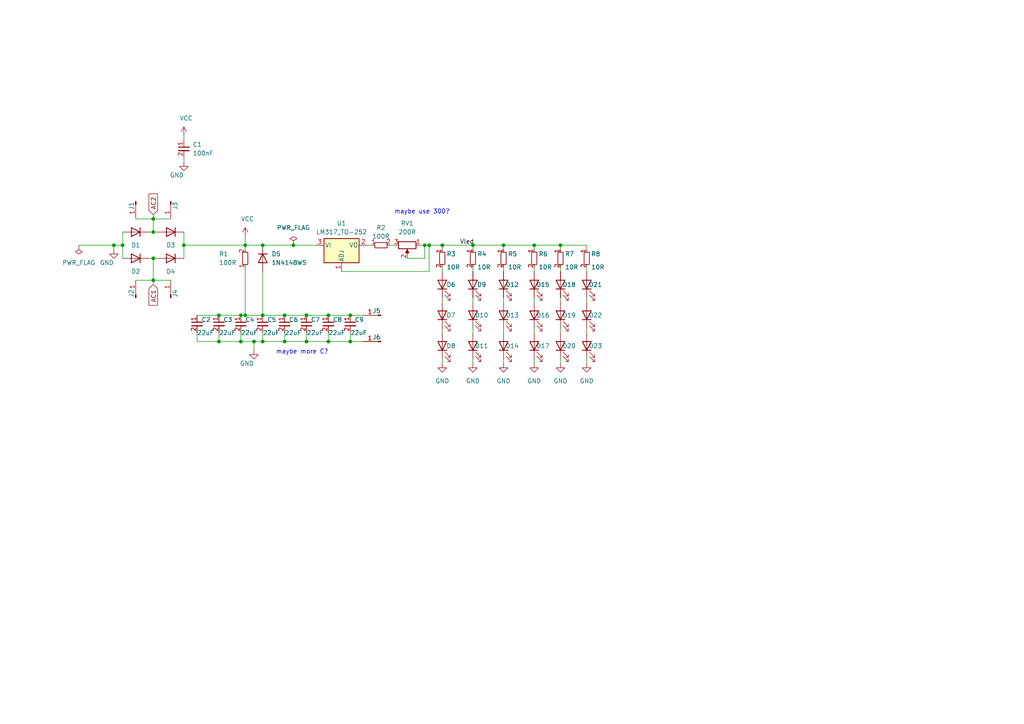
<source format=kicad_sch>
(kicad_sch (version 20230121) (generator eeschema)
  (paper "A4")
  (lib_symbols
    (symbol "Connector:Conn_01x01_Pin" (pin_names (offset 1.016) hide)
      (property "Reference" "J" (at 0 2.54 0))
      (property "Value" "Conn_01x01_Pin" (at 0 -2.54 0))
      (symbol "Conn_01x01_Pin_1_1"
        (polyline (pts (xy 1.27 0) (xy 0.8636 0)) (stroke (width 0.1524)))
        (rectangle (start 0.8636 0.127) (end 0 -0.127) (stroke (width 0.1524)) (fill (type outline)))
        (pin passive line (at 5.08 0 180) (length 3.81) (name "Pin_1") (number "1"))
      )
    )
    (symbol "Device:LED" (pin_numbers hide) (pin_names (offset 1.016) hide)
      (property "Reference" "D" (at 0 2.54 0))
      (property "Value" "LED" (at 0 -2.54 0))
      (symbol "LED_0_1"
        (polyline (pts (xy -1.27 -1.27) (xy -1.27 1.27)) (stroke (width 0.254)))
        (polyline (pts (xy -1.27 0) (xy 1.27 0)))
        (polyline (pts (xy 1.27 -1.27) (xy 1.27 1.27) (xy -1.27 0) (xy 1.27 -1.27)) (stroke (width 0.254)))
        (polyline (pts (xy -3.048 -0.762) (xy -4.572 -2.286) (xy -3.81 -2.286) (xy -4.572 -2.286) (xy -4.572 -1.524)))
        (polyline (pts (xy -1.778 -0.762) (xy -3.302 -2.286) (xy -2.54 -2.286) (xy -3.302 -2.286) (xy -3.302 -1.524)))
      )
      (symbol "LED_1_1"
        (pin passive line (at -3.81 0 0) (length 2.54) (name "K") (number "1"))
        (pin passive line (at 3.81 0 180) (length 2.54) (name "A") (number "2"))
      )
    )
    (symbol "Device:R_Potentiometer" (pin_names (offset 1.016) hide)
      (property "Reference" "RV" (at -4.445 0 90))
      (property "Value" "R_Potentiometer" (at -2.54 0 90))
      (symbol "R_Potentiometer_0_1"
        (polyline (pts (xy 2.54 0) (xy 1.524 0)))
        (polyline (pts (xy 1.143 0) (xy 2.286 0.508) (xy 2.286 -0.508) (xy 1.143 0)) (fill (type outline)))
        (rectangle (start 1.016 2.54) (end -1.016 -2.54) (stroke (width 0.254)))
      )
      (symbol "R_Potentiometer_1_1"
        (pin passive line (at 0 3.81 270) (length 1.27) (name "1") (number "1"))
        (pin passive line (at 3.81 0 180) (length 1.27) (name "2") (number "2"))
        (pin passive line (at 0 -3.81 90) (length 1.27) (name "3") (number "3"))
      )
    )
    (symbol "Regulator_Linear:LM317_TO-252" (pin_names (offset 0.254))
      (property "Reference" "U" (at -3.81 3.175 0))
      (property "Value" "LM317_TO-252" (at 0 3.175 0))
      (symbol "LM317_TO-252_0_1"
        (rectangle (start -5.08 1.905) (end 5.08 -5.08) (stroke (width 0.254)) (fill (type background)))
      )
      (symbol "LM317_TO-252_1_1"
        (pin input line (at 0 -7.62 90) (length 2.54) (name "ADJ") (number "1"))
        (pin power_out line (at 7.62 0 180) (length 2.54) (name "VO") (number "2"))
        (pin power_in line (at -7.62 0 0) (length 2.54) (name "VI") (number "3"))
      )
    )
    (symbol "capacitor_miscellaneous:C_0603_100nF"
      (property "Reference" "U" (at 1.27 2.54 0))
      (property "Value" "100nF" (at 3.81 -2.54 0))
      (property "JLCPCB Part#" "C14663" (at 0 0 0))
      (symbol "C_0603_100nF_0_1"
        (polyline (pts (xy -1.524 -0.508) (xy 1.524 -0.508)) (stroke (width 0.3302)))
        (polyline (pts (xy -1.524 0.508) (xy 1.524 0.508)) (stroke (width 0.3048)))
      )
      (symbol "C_0603_100nF_1_1"
        (pin passive line (at 0 2.54 270) (length 2.032) (name "~") (number "1"))
        (pin passive line (at 0 -2.54 90) (length 2.032) (name "~") (number "2"))
      )
    )
    (symbol "capacitor_miscellaneous:C_1206_47uF"
      (property "Reference" "C" (at 1.27 2.54 0))
      (property "Value" "47uF" (at 3.81 -2.54 0))
      (property "JLCPCB Part#" "C96123" (at 0 0 0))
      (symbol "C_1206_47uF_0_1"
        (polyline (pts (xy -1.524 -0.508) (xy 1.524 -0.508)) (stroke (width 0.3302)))
        (polyline (pts (xy -1.524 0.508) (xy 1.524 0.508)) (stroke (width 0.3048)))
      )
      (symbol "C_1206_47uF_1_1"
        (pin passive line (at 0 2.54 270) (length 2.032) (name "~") (number "1"))
        (pin passive line (at 0 -2.54 90) (length 2.032) (name "~") (number "2"))
      )
    )
    (symbol "custom_kicad_lib_sk:1N4148WS" (pin_numbers hide) (pin_names hide)
      (property "Reference" "D" (at 0 2.54 0))
      (property "Value" "1N4148WS" (at 0 -2.54 0))
      (symbol "1N4148WS_0_1"
        (polyline (pts (xy -1.27 1.27) (xy -1.27 -1.27)) (stroke (width 0.254)))
        (polyline (pts (xy 1.27 0) (xy -1.27 0)))
        (polyline (pts (xy 1.27 1.27) (xy 1.27 -1.27) (xy -1.27 0) (xy 1.27 1.27)) (stroke (width 0.254)))
      )
      (symbol "1N4148WS_1_1"
        (pin passive line (at -3.81 0 0) (length 2.54) (name "K") (number "1"))
        (pin passive line (at 3.81 0 180) (length 2.54) (name "A") (number "2"))
      )
    )
    (symbol "power:GND" (power) (pin_names (offset 0))
      (property "Value" "GND" (at 0 -3.81 0))
      (symbol "GND_0_1"
        (polyline (pts (xy 0 0) (xy 0 -1.27) (xy 1.27 -1.27) (xy 0 -2.54) (xy -1.27 -1.27) (xy 0 -1.27)))
      )
      (symbol "GND_1_1"
        (pin power_in line (at 0 0 270) (length 0) hide (name "GND") (number "1"))
      )
    )
    (symbol "power:PWR_FLAG" (power) (pin_numbers hide) (pin_names (offset 0) hide)
      (property "Value" "PWR_FLAG" (at 0 3.81 0))
      (symbol "PWR_FLAG_0_0"
        (pin power_out line (at 0 0 90) (length 0) (name "pwr") (number "1"))
      )
      (symbol "PWR_FLAG_0_1"
        (polyline (pts (xy 0 0) (xy 0 1.27) (xy -1.016 1.905) (xy 0 2.54) (xy 1.016 1.905) (xy 0 1.27)))
      )
    )
    (symbol "power:VCC" (power) (pin_names (offset 0))
      (property "Value" "VCC" (at 0 3.81 0))
      (symbol "VCC_0_1"
        (polyline (pts (xy -0.762 1.27) (xy 0 2.54)))
        (polyline (pts (xy 0 0) (xy 0 2.54)))
        (polyline (pts (xy 0 2.54) (xy 0.762 1.27)))
      )
      (symbol "VCC_1_1"
        (pin power_in line (at 0 0 90) (length 0) hide (name "VCC") (number "1"))
      )
    )
    (symbol "resistors_0603:R_100R_0603"
      (property "Reference" "R" (at 1.27 2.54 0))
      (property "Value" "100R" (at 2.54 -2.54 0))
      (symbol "R_100R_0603_0_1"
        (rectangle (start -0.762 1.778) (end 0.762 -1.778) (stroke (width 0.2032)))
      )
      (symbol "R_100R_0603_1_1"
        (pin passive line (at 0 2.54 270) (length 0.762) (name "~") (number "1"))
        (pin passive line (at 0 -2.54 90) (length 0.762) (name "~") (number "2"))
      )
    )
    (symbol "resistors_0603:R_10R_0603"
      (property "Reference" "R" (at 1.27 2.54 0))
      (property "Value" "10R" (at 2.54 -2.54 0))
      (symbol "R_10R_0603_0_1"
        (rectangle (start -0.762 1.778) (end 0.762 -1.778) (stroke (width 0.2032)))
      )
      (symbol "R_10R_0603_1_1"
        (pin passive line (at 0 2.54 270) (length 0.762) (name "~") (number "1"))
        (pin passive line (at 0 -2.54 90) (length 0.762) (name "~") (number "2"))
      )
    )
    (symbol "resistors_0805:R_100R_0805"
      (property "Reference" "R" (at 1.27 2.54 0))
      (property "Value" "100R" (at 2.54 -2.54 0))
      (symbol "R_100R_0805_0_1"
        (rectangle (start -0.762 1.778) (end 0.762 -1.778) (stroke (width 0.2032)))
      )
      (symbol "R_100R_0805_1_1"
        (pin passive line (at 0 2.54 270) (length 0.762) (name "~") (number "1"))
        (pin passive line (at 0 -2.54 90) (length 0.762) (name "~") (number "2"))
      )
    )
  )
  (junction (at 88.9 91.44))
  (junction (at 69.85 99.06))
  (junction (at 44.45 67.31))
  (junction (at 123.19 71.12))
  (junction (at 76.2 71.12))
  (junction (at 124.46 71.12))
  (junction (at 82.55 91.44))
  (junction (at 33.02 71.12))
  (junction (at 71.12 71.12))
  (junction (at 63.5 91.44))
  (junction (at 162.56 71.12))
  (junction (at 95.25 99.06))
  (junction (at 85.09 71.12))
  (junction (at 35.56 71.12))
  (junction (at 73.66 99.06))
  (junction (at 44.45 63.5))
  (junction (at 101.6 99.06))
  (junction (at 95.25 91.44))
  (junction (at 71.12 91.44))
  (junction (at 76.2 91.44))
  (junction (at 44.45 81.28))
  (junction (at 82.55 99.06))
  (junction (at 128.27 71.12))
  (junction (at 154.94 71.12))
  (junction (at 63.5 99.06))
  (junction (at 101.6 91.44))
  (junction (at 88.9 99.06))
  (junction (at 146.05 71.12))
  (junction (at 53.34 71.12))
  (junction (at 137.16 71.12))
  (junction (at 44.45 74.93))
  (junction (at 69.85 91.44))
  (junction (at 76.2 99.06))
  (wire (pts (xy 137.16 105.41) (xy 137.16 104.14)))
  (wire (pts (xy 146.05 72.39) (xy 146.05 71.12)))
  (wire (pts (xy 95.25 99.06) (xy 101.6 99.06)))
  (wire (pts (xy 124.46 78.74) (xy 99.06 78.74)))
  (wire (pts (xy 57.15 99.06) (xy 63.5 99.06)))
  (wire (pts (xy 162.56 86.36) (xy 162.56 87.63)))
  (wire (pts (xy 57.15 96.52) (xy 57.15 99.06)))
  (wire (pts (xy 128.27 77.47) (xy 128.27 78.74)))
  (wire (pts (xy 170.18 105.41) (xy 170.18 104.14)))
  (wire (pts (xy 44.45 74.93) (xy 44.45 81.28)))
  (wire (pts (xy 44.45 67.31) (xy 43.18 67.31)))
  (wire (pts (xy 162.56 105.41) (xy 162.56 104.14)))
  (wire (pts (xy 82.55 91.44) (xy 88.9 91.44)))
  (wire (pts (xy 22.86 71.12) (xy 33.02 71.12)))
  (wire (pts (xy 154.94 86.36) (xy 154.94 87.63)))
  (wire (pts (xy 44.45 63.5) (xy 39.37 63.5)))
  (wire (pts (xy 95.25 96.52) (xy 95.25 99.06)))
  (wire (pts (xy 63.5 91.44) (xy 69.85 91.44)))
  (wire (pts (xy 128.27 105.41) (xy 128.27 104.14)))
  (wire (pts (xy 137.16 86.36) (xy 137.16 87.63)))
  (wire (pts (xy 124.46 71.12) (xy 128.27 71.12)))
  (wire (pts (xy 123.19 71.12) (xy 124.46 71.12)))
  (wire (pts (xy 146.05 105.41) (xy 146.05 104.14)))
  (wire (pts (xy 76.2 99.06) (xy 82.55 99.06)))
  (wire (pts (xy 88.9 99.06) (xy 82.55 99.06)))
  (wire (pts (xy 71.12 91.44) (xy 76.2 91.44)))
  (wire (pts (xy 118.11 74.93) (xy 123.19 74.93)))
  (wire (pts (xy 128.27 86.36) (xy 128.27 87.63)))
  (wire (pts (xy 170.18 95.25) (xy 170.18 96.52)))
  (wire (pts (xy 71.12 68.58) (xy 71.12 71.12)))
  (wire (pts (xy 154.94 71.12) (xy 162.56 71.12)))
  (wire (pts (xy 88.9 91.44) (xy 95.25 91.44)))
  (wire (pts (xy 44.45 74.93) (xy 43.18 74.93)))
  (wire (pts (xy 162.56 95.25) (xy 162.56 96.52)))
  (wire (pts (xy 123.19 74.93) (xy 123.19 71.12)))
  (wire (pts (xy 71.12 71.12) (xy 71.12 72.39)))
  (wire (pts (xy 57.15 91.44) (xy 63.5 91.44)))
  (wire (pts (xy 44.45 63.5) (xy 44.45 67.31)))
  (wire (pts (xy 146.05 95.25) (xy 146.05 96.52)))
  (wire (pts (xy 154.94 77.47) (xy 154.94 78.74)))
  (wire (pts (xy 101.6 91.44) (xy 105.41 91.44)))
  (wire (pts (xy 44.45 81.28) (xy 39.37 81.28)))
  (wire (pts (xy 162.56 77.47) (xy 162.56 78.74)))
  (wire (pts (xy 137.16 71.12) (xy 146.05 71.12)))
  (wire (pts (xy 128.27 71.12) (xy 137.16 71.12)))
  (wire (pts (xy 101.6 99.06) (xy 105.41 99.06)))
  (wire (pts (xy 170.18 86.36) (xy 170.18 87.63)))
  (wire (pts (xy 170.18 71.12) (xy 170.18 72.39)))
  (wire (pts (xy 128.27 72.39) (xy 128.27 71.12)))
  (wire (pts (xy 76.2 91.44) (xy 82.55 91.44)))
  (wire (pts (xy 63.5 99.06) (xy 63.5 96.52)))
  (wire (pts (xy 101.6 96.52) (xy 101.6 99.06)))
  (wire (pts (xy 49.53 63.5) (xy 44.45 63.5)))
  (wire (pts (xy 82.55 99.06) (xy 82.55 96.52)))
  (wire (pts (xy 69.85 99.06) (xy 69.85 96.52)))
  (wire (pts (xy 106.68 71.12) (xy 107.95 71.12)))
  (wire (pts (xy 137.16 77.47) (xy 137.16 78.74)))
  (wire (pts (xy 73.66 99.06) (xy 69.85 99.06)))
  (wire (pts (xy 114.3 71.12) (xy 113.03 71.12)))
  (wire (pts (xy 76.2 99.06) (xy 76.2 96.52)))
  (wire (pts (xy 53.34 71.12) (xy 71.12 71.12)))
  (wire (pts (xy 128.27 95.25) (xy 128.27 96.52)))
  (wire (pts (xy 53.34 39.37) (xy 53.34 40.64)))
  (wire (pts (xy 69.85 91.44) (xy 71.12 91.44)))
  (wire (pts (xy 137.16 95.25) (xy 137.16 96.52)))
  (wire (pts (xy 162.56 71.12) (xy 162.56 72.39)))
  (wire (pts (xy 49.53 81.28) (xy 44.45 81.28)))
  (wire (pts (xy 73.66 101.6) (xy 73.66 99.06)))
  (wire (pts (xy 73.66 99.06) (xy 76.2 99.06)))
  (wire (pts (xy 146.05 77.47) (xy 146.05 78.74)))
  (wire (pts (xy 63.5 99.06) (xy 69.85 99.06)))
  (wire (pts (xy 137.16 72.39) (xy 137.16 71.12)))
  (wire (pts (xy 53.34 67.31) (xy 53.34 71.12)))
  (wire (pts (xy 170.18 77.47) (xy 170.18 78.74)))
  (wire (pts (xy 123.19 71.12) (xy 121.92 71.12)))
  (wire (pts (xy 146.05 86.36) (xy 146.05 87.63)))
  (wire (pts (xy 162.56 71.12) (xy 170.18 71.12)))
  (wire (pts (xy 53.34 46.99) (xy 53.34 45.72)))
  (wire (pts (xy 35.56 71.12) (xy 35.56 74.93)))
  (wire (pts (xy 95.25 91.44) (xy 101.6 91.44)))
  (wire (pts (xy 44.45 62.23) (xy 44.45 63.5)))
  (wire (pts (xy 88.9 99.06) (xy 95.25 99.06)))
  (wire (pts (xy 124.46 71.12) (xy 124.46 78.74)))
  (wire (pts (xy 154.94 105.41) (xy 154.94 104.14)))
  (wire (pts (xy 44.45 74.93) (xy 45.72 74.93)))
  (wire (pts (xy 71.12 77.47) (xy 71.12 91.44)))
  (wire (pts (xy 76.2 71.12) (xy 85.09 71.12)))
  (wire (pts (xy 33.02 71.12) (xy 35.56 71.12)))
  (wire (pts (xy 88.9 96.52) (xy 88.9 99.06)))
  (wire (pts (xy 33.02 72.39) (xy 33.02 71.12)))
  (wire (pts (xy 154.94 95.25) (xy 154.94 96.52)))
  (wire (pts (xy 154.94 71.12) (xy 154.94 72.39)))
  (wire (pts (xy 71.12 71.12) (xy 76.2 71.12)))
  (wire (pts (xy 76.2 78.74) (xy 76.2 91.44)))
  (wire (pts (xy 154.94 71.12) (xy 146.05 71.12)))
  (wire (pts (xy 44.45 81.28) (xy 44.45 82.55)))
  (wire (pts (xy 35.56 67.31) (xy 35.56 71.12)))
  (wire (pts (xy 53.34 71.12) (xy 53.34 74.93)))
  (wire (pts (xy 44.45 67.31) (xy 45.72 67.31)))
  (wire (pts (xy 85.09 71.12) (xy 91.44 71.12)))
  (text "maybe more C?" (at 80.01 102.87 0) (effects (font (size 1.27 1.27)) (justify left bottom)))
  (text "maybe use 300?" (at 114.3 62.23 0) (effects (font (size 1.27 1.27)) (justify left bottom)))
  (label "Vled" (at 133.35 71.12 0))
  (global_label "AC1" (shape input) (at 44.45 82.55 270) (property "Intersheetrefs" "${INTERSHEET_REFS}" (effects hide)))
  (global_label "AC2" (shape input) (at 44.45 62.23 90) (property "Intersheetrefs" "${INTERSHEET_REFS}" (effects hide)))
  (symbol (lib_id "Device:LED") (at 154.94 82.55 90) (unit 1)
    (property "Reference" "D15" (at 157.48 82.55 90))
    (property "Value" "LED" (effects hide))
    (property "Footprint" "LED_SMD:LED_1206_3216Metric" (effects hide))
    (property "JLCPCB Part#" "C219232" (effects hide))
  )
  (symbol (lib_id "power:GND") (at 146.05 105.41 0) (unit 1)
    (property "Reference" "#PWR08" (effects hide))
    (property "Value" "GND" (at 146.05 110.49 0))
  )
  (symbol (lib_id "Device:LED") (at 162.56 82.55 90) (unit 1)
    (property "Reference" "D18" (at 165.1 82.55 90))
    (property "Value" "LED" (effects hide))
    (property "Footprint" "LED_SMD:LED_1206_3216Metric" (effects hide))
    (property "JLCPCB Part#" "C219232" (effects hide))
  )
  (symbol (lib_id "custom_kicad_lib_sk:1N4148WS") (at 76.2 74.93 270) (unit 1)
    (property "Reference" "D5" (at 78.74 73.66 90) (effects (justify left)))
    (property "Value" "1N4148WS" (at 78.74 76.2 90) (effects (justify left)))
    (property "Footprint" "Diode_SMD:D_SOD-323" (effects hide))
    (property "Datasheet" "https://www.vishay.com/docs/85751/1n4148ws.pdf" (effects hide))
    (property "Sim.Device" "D" (effects hide))
    (property "Sim.Pins" "1=K 2=A" (effects hide))
    (property "JLCPCB Part#" "C2128" (effects hide))
  )
  (symbol (lib_id "capacitor_miscellaneous:C_1206_47uF") (at 95.25 93.98 0) (unit 1)
    (property "Reference" "C8" (at 96.52 92.71 0) (effects (justify left)))
    (property "Value" "22uF" (at 95.25 96.52 0) (effects (justify left)))
    (property "Footprint" "Capacitor_SMD:C_1206_3216Metric" (effects hide))
    (property "JLCPCB Part#" "C12891" (effects hide))
  )
  (symbol (lib_id "power:GND") (at 73.66 101.6 0) (unit 1)
    (property "Reference" "#PWR05" (effects hide))
    (property "Value" "GND" (at 73.66 105.41 0) (effects (justify right)))
  )
  (symbol (lib_id "capacitor_miscellaneous:C_1206_47uF") (at 57.15 93.98 0) (unit 1)
    (property "Reference" "C2" (at 58.42 92.71 0) (effects (justify left)))
    (property "Value" "22uF" (at 57.15 96.52 0) (effects (justify left)))
    (property "Footprint" "Capacitor_SMD:C_1206_3216Metric" (effects hide))
    (property "JLCPCB Part#" "C12891" (effects hide))
  )
  (symbol (lib_id "Connector:Conn_01x01_Pin") (at 49.53 86.36 90) (unit 1)
    (property "Reference" "J4" (at 50.8 85.09 0))
    (property "Value" "Conn_01x01_Pin" (effects hide))
    (property "Footprint" "custom_kicad_lib_sk:01_solderpad_2.54" (effects hide))
  )
  (symbol (lib_id "resistors_0603:R_10R_0603") (at 170.18 74.93 0) (unit 1)
    (property "Reference" "R8" (at 171.45 73.66 0) (effects (justify left)))
    (property "Value" "10R" (at 171.45 77.47 0) (effects (justify left)))
    (property "Footprint" "custom_kicad_lib_sk:R_0603_smalltext" (effects hide))
    (property "JLCPCB Part#" "C22859" (effects hide))
  )
  (symbol (lib_id "resistors_0603:R_100R_0603") (at 110.49 71.12 90) (unit 1)
    (property "Reference" "R2" (at 110.49 66.04 90))
    (property "Value" "100R" (at 110.49 68.58 90))
    (property "Footprint" "custom_kicad_lib_sk:R_0603_smalltext" (effects hide))
    (property "JLCPCB Part#" "C22775" (effects hide))
  )
  (symbol (lib_id "power:GND") (at 154.94 105.41 0) (unit 1)
    (property "Reference" "#PWR09" (effects hide))
    (property "Value" "GND" (at 154.94 110.49 0))
  )
  (symbol (lib_id "capacitor_miscellaneous:C_1206_47uF") (at 69.85 93.98 0) (unit 1)
    (property "Reference" "C4" (at 71.12 92.71 0) (effects (justify left)))
    (property "Value" "22uF" (at 69.85 96.52 0) (effects (justify left)))
    (property "Footprint" "Capacitor_SMD:C_1206_3216Metric" (effects hide))
    (property "JLCPCB Part#" "C12891" (effects hide))
  )
  (symbol (lib_id "resistors_0603:R_10R_0603") (at 162.56 74.93 0) (unit 1)
    (property "Reference" "R7" (at 163.83 73.66 0) (effects (justify left)))
    (property "Value" "10R" (at 163.83 77.47 0) (effects (justify left)))
    (property "Footprint" "custom_kicad_lib_sk:R_0603_smalltext" (effects hide))
    (property "JLCPCB Part#" "C22859" (effects hide))
  )
  (symbol (lib_id "resistors_0603:R_10R_0603") (at 146.05 74.93 0) (unit 1)
    (property "Reference" "R5" (at 147.32 73.66 0) (effects (justify left)))
    (property "Value" "10R" (at 147.32 77.47 0) (effects (justify left)))
    (property "Footprint" "custom_kicad_lib_sk:R_0603_smalltext" (effects hide))
    (property "JLCPCB Part#" "C22859" (effects hide))
  )
  (symbol (lib_id "Device:LED") (at 137.16 82.55 90) (unit 1)
    (property "Reference" "D9" (at 139.7 82.55 90))
    (property "Value" "LED" (effects hide))
    (property "Footprint" "LED_SMD:LED_1206_3216Metric" (effects hide))
    (property "JLCPCB Part#" "C219232" (effects hide))
  )
  (symbol (lib_id "Connector:Conn_01x01_Pin") (at 39.37 58.42 270) (unit 1)
    (property "Reference" "J1" (at 38.1 59.69 0))
    (property "Value" "Conn_01x01_Pin" (effects hide))
    (property "Footprint" "custom_kicad_lib_sk:01_solderpad_2.54" (effects hide))
  )
  (symbol (lib_id "custom_kicad_lib_sk:1N4148WS") (at 39.37 67.31 180) (unit 1)
    (property "Reference" "D1" (at 39.37 71.12 0))
    (property "Value" "1N4148WS" (effects hide))
    (property "Footprint" "Diode_SMD:D_SOD-323" (effects hide))
    (property "Datasheet" "https://www.vishay.com/docs/85751/1n4148ws.pdf" (effects hide))
    (property "Sim.Device" "D" (effects hide))
    (property "Sim.Pins" "1=K 2=A" (effects hide))
    (property "JLCPCB Part#" "C2128" (effects hide))
  )
  (symbol (lib_id "Device:LED") (at 170.18 91.44 90) (unit 1)
    (property "Reference" "D22" (at 172.72 91.44 90))
    (property "Value" "LED" (effects hide))
    (property "Footprint" "LED_SMD:LED_1206_3216Metric" (effects hide))
    (property "JLCPCB Part#" "C219232" (effects hide))
  )
  (symbol (lib_id "Device:LED") (at 170.18 100.33 90) (unit 1)
    (property "Reference" "D23" (at 172.72 100.33 90))
    (property "Value" "LED" (effects hide))
    (property "Footprint" "LED_SMD:LED_1206_3216Metric" (effects hide))
    (property "JLCPCB Part#" "C219232" (effects hide))
  )
  (symbol (lib_id "power:GND") (at 170.18 105.41 0) (unit 1)
    (property "Reference" "#PWR0102" (effects hide))
    (property "Value" "GND" (at 170.18 110.49 0))
  )
  (symbol (lib_id "Device:LED") (at 137.16 100.33 90) (unit 1)
    (property "Reference" "D11" (at 139.7 100.33 90))
    (property "Value" "LED" (effects hide))
    (property "Footprint" "LED_SMD:LED_1206_3216Metric" (effects hide))
    (property "JLCPCB Part#" "C219232" (effects hide))
  )
  (symbol (lib_id "capacitor_miscellaneous:C_1206_47uF") (at 63.5 93.98 0) (unit 1)
    (property "Reference" "C3" (at 64.77 92.71 0) (effects (justify left)))
    (property "Value" "22uF" (at 63.5 96.52 0) (effects (justify left)))
    (property "Footprint" "Capacitor_SMD:C_1206_3216Metric" (effects hide))
    (property "JLCPCB Part#" "C12891" (effects hide))
  )
  (symbol (lib_id "custom_kicad_lib_sk:1N4148WS") (at 49.53 67.31 180) (unit 1)
    (property "Reference" "D3" (at 49.53 71.12 0))
    (property "Value" "1N4148WS" (effects hide))
    (property "Footprint" "Diode_SMD:D_SOD-323" (effects hide))
    (property "Datasheet" "https://www.vishay.com/docs/85751/1n4148ws.pdf" (effects hide))
    (property "Sim.Device" "D" (effects hide))
    (property "Sim.Pins" "1=K 2=A" (effects hide))
    (property "JLCPCB Part#" "C2128" (effects hide))
  )
  (symbol (lib_id "capacitor_miscellaneous:C_1206_47uF") (at 101.6 93.98 0) (unit 1)
    (property "Reference" "C9" (at 102.87 92.71 0) (effects (justify left)))
    (property "Value" "22uF" (at 101.6 96.52 0) (effects (justify left)))
    (property "Footprint" "Capacitor_SMD:C_1206_3216Metric" (effects hide))
    (property "JLCPCB Part#" "C12891" (effects hide))
  )
  (symbol (lib_id "resistors_0805:R_100R_0805") (at 71.12 74.93 180) (unit 1)
    (property "Reference" "R1" (at 63.5 73.66 0) (effects (justify right)))
    (property "Value" "100R" (at 63.5 76.2 0) (effects (justify right)))
    (property "Footprint" "custom_kicad_lib_sk:R_0805_handsolder-smalltext" (effects hide))
    (property "JLCPCB Part#" "C17408" (effects hide))
  )
  (symbol (lib_id "Device:LED") (at 146.05 82.55 90) (unit 1)
    (property "Reference" "D12" (at 148.59 82.55 90))
    (property "Value" "LED" (effects hide))
    (property "Footprint" "LED_SMD:LED_1206_3216Metric" (effects hide))
    (property "JLCPCB Part#" "C219232" (effects hide))
  )
  (symbol (lib_id "Device:LED") (at 128.27 91.44 90) (unit 1)
    (property "Reference" "D7" (at 130.81 91.44 90))
    (property "Value" "LED" (effects hide))
    (property "Footprint" "LED_SMD:LED_1206_3216Metric" (effects hide))
    (property "JLCPCB Part#" "C219232" (effects hide))
  )
  (symbol (lib_id "Connector:Conn_01x01_Pin") (at 110.49 91.44 180) (unit 1)
    (property "Reference" "J5" (at 109.22 90.17 0))
    (property "Value" "Conn_01x01_Pin" (effects hide))
    (property "Footprint" "custom_kicad_lib_sk:01_solderpad_2.54" (effects hide))
  )
  (symbol (lib_id "power:GND") (at 137.16 105.41 0) (unit 1)
    (property "Reference" "#PWR07" (effects hide))
    (property "Value" "GND" (at 137.16 110.49 0))
  )
  (symbol (lib_id "Connector:Conn_01x01_Pin") (at 49.53 58.42 270) (unit 1)
    (property "Reference" "J3" (at 50.8 59.69 0))
    (property "Value" "Conn_01x01_Pin" (effects hide))
    (property "Footprint" "custom_kicad_lib_sk:01_solderpad_2.54" (effects hide))
  )
  (symbol (lib_id "Device:LED") (at 162.56 100.33 90) (unit 1)
    (property "Reference" "D20" (at 165.1 100.33 90))
    (property "Value" "LED" (effects hide))
    (property "Footprint" "LED_SMD:LED_1206_3216Metric" (effects hide))
    (property "JLCPCB Part#" "C219232" (effects hide))
  )
  (symbol (lib_id "Device:LED") (at 154.94 91.44 90) (unit 1)
    (property "Reference" "D16" (at 157.48 91.44 90))
    (property "Value" "LED" (effects hide))
    (property "Footprint" "LED_SMD:LED_1206_3216Metric" (effects hide))
    (property "JLCPCB Part#" "C219232" (effects hide))
  )
  (symbol (lib_id "capacitor_miscellaneous:C_1206_47uF") (at 88.9 93.98 0) (unit 1)
    (property "Reference" "C7" (at 90.17 92.71 0) (effects (justify left)))
    (property "Value" "22uF" (at 88.9 96.52 0) (effects (justify left)))
    (property "Footprint" "Capacitor_SMD:C_1206_3216Metric" (effects hide))
    (property "JLCPCB Part#" "C12891" (effects hide))
  )
  (symbol (lib_id "Regulator_Linear:LM317_TO-252") (at 99.06 71.12 0) (unit 1)
    (property "Reference" "U1" (at 99.06 64.77 0))
    (property "Value" "LM317_TO-252" (at 99.06 67.31 0))
    (property "Footprint" "Package_TO_SOT_SMD:TO-252-2" (effects hide))
    (property "Datasheet" "http://www.ti.com/lit/ds/snvs774n/snvs774n.pdf" (effects hide))
    (property "JLCPCB Part#" "C75510" (effects hide))
  )
  (symbol (lib_id "Device:R_Potentiometer") (at 118.11 71.12 270) (unit 1)
    (property "Reference" "RV1" (at 118.11 64.77 90))
    (property "Value" "200R" (at 118.11 67.31 90))
    (property "Footprint" "Potentiometer_SMD:Potentiometer_Bourns_TC33X_Vertical" (effects hide))
    (property "JLCPCB Part#" "C720646" (effects hide))
  )
  (symbol (lib_id "capacitor_miscellaneous:C_1206_47uF") (at 76.2 93.98 0) (unit 1)
    (property "Reference" "C5" (at 77.47 92.71 0) (effects (justify left)))
    (property "Value" "22uF" (at 76.2 96.52 0) (effects (justify left)))
    (property "Footprint" "Capacitor_SMD:C_1206_3216Metric" (effects hide))
    (property "JLCPCB Part#" "C12891" (effects hide))
  )
  (symbol (lib_id "Device:LED") (at 154.94 100.33 90) (unit 1)
    (property "Reference" "D17" (at 157.48 100.33 90))
    (property "Value" "LED" (effects hide))
    (property "Footprint" "LED_SMD:LED_1206_3216Metric" (effects hide))
    (property "JLCPCB Part#" "C219232" (effects hide))
  )
  (symbol (lib_id "power:GND") (at 128.27 105.41 0) (unit 1)
    (property "Reference" "#PWR06" (effects hide))
    (property "Value" "GND" (at 128.27 110.49 0))
  )
  (symbol (lib_id "custom_kicad_lib_sk:1N4148WS") (at 49.53 74.93 180) (unit 1)
    (property "Reference" "D4" (at 49.53 78.74 0))
    (property "Value" "1N4148WS" (effects hide))
    (property "Footprint" "Diode_SMD:D_SOD-323" (effects hide))
    (property "Datasheet" "https://www.vishay.com/docs/85751/1n4148ws.pdf" (effects hide))
    (property "Sim.Device" "D" (effects hide))
    (property "Sim.Pins" "1=K 2=A" (effects hide))
    (property "JLCPCB Part#" "C2128" (effects hide))
  )
  (symbol (lib_id "Device:LED") (at 137.16 91.44 90) (unit 1)
    (property "Reference" "D10" (at 139.7 91.44 90))
    (property "Value" "LED" (effects hide))
    (property "Footprint" "LED_SMD:LED_1206_3216Metric" (effects hide))
    (property "JLCPCB Part#" "C219232" (effects hide))
  )
  (symbol (lib_id "power:VCC") (at 53.34 39.37 0) (unit 1)
    (property "Reference" "#PWR02" (effects hide))
    (property "Value" "VCC" (at 52.07 34.29 0) (effects (justify left)))
  )
  (symbol (lib_id "resistors_0603:R_10R_0603") (at 154.94 74.93 0) (unit 1)
    (property "Reference" "R6" (at 156.21 73.66 0) (effects (justify left)))
    (property "Value" "10R" (at 156.21 77.47 0) (effects (justify left)))
    (property "Footprint" "custom_kicad_lib_sk:R_0603_smalltext" (effects hide))
    (property "JLCPCB Part#" "C22859" (effects hide))
  )
  (symbol (lib_id "power:GND") (at 53.34 46.99 0) (unit 1)
    (property "Reference" "#PWR03" (effects hide))
    (property "Value" "GND" (at 53.34 50.8 0) (effects (justify right)))
  )
  (symbol (lib_id "Device:LED") (at 128.27 100.33 90) (unit 1)
    (property "Reference" "D8" (at 130.81 100.33 90))
    (property "Value" "LED" (effects hide))
    (property "Footprint" "LED_SMD:LED_1206_3216Metric" (effects hide))
    (property "JLCPCB Part#" "C219232" (effects hide))
  )
  (symbol (lib_id "Connector:Conn_01x01_Pin") (at 39.37 86.36 90) (unit 1)
    (property "Reference" "J2" (at 38.1 85.09 0))
    (property "Value" "Conn_01x01_Pin" (effects hide))
    (property "Footprint" "custom_kicad_lib_sk:01_solderpad_2.54" (effects hide))
  )
  (symbol (lib_id "capacitor_miscellaneous:C_1206_47uF") (at 82.55 93.98 0) (unit 1)
    (property "Reference" "C6" (at 83.82 92.71 0) (effects (justify left)))
    (property "Value" "22uF" (at 82.55 96.52 0) (effects (justify left)))
    (property "Footprint" "Capacitor_SMD:C_1206_3216Metric" (effects hide))
    (property "JLCPCB Part#" "C12891" (effects hide))
  )
  (symbol (lib_id "power:PWR_FLAG") (at 85.09 71.12 0) (unit 1)
    (property "Reference" "#FLG01" (effects hide))
    (property "Value" "PWR_FLAG" (at 85.09 66.04 0))
  )
  (symbol (lib_id "Device:LED") (at 146.05 100.33 90) (unit 1)
    (property "Reference" "D14" (at 148.59 100.33 90))
    (property "Value" "LED" (effects hide))
    (property "Footprint" "LED_SMD:LED_1206_3216Metric" (effects hide))
    (property "JLCPCB Part#" "C219232" (effects hide))
  )
  (symbol (lib_id "power:GND") (at 162.56 105.41 0) (unit 1)
    (property "Reference" "#PWR0101" (effects hide))
    (property "Value" "GND" (at 162.56 110.49 0))
  )
  (symbol (lib_id "Device:LED") (at 146.05 91.44 90) (unit 1)
    (property "Reference" "D13" (at 148.59 91.44 90))
    (property "Value" "LED" (effects hide))
    (property "Footprint" "LED_SMD:LED_1206_3216Metric" (effects hide))
    (property "JLCPCB Part#" "C219232" (effects hide))
  )
  (symbol (lib_id "Connector:Conn_01x01_Pin") (at 110.49 99.06 180) (unit 1)
    (property "Reference" "J6" (at 109.22 97.79 0))
    (property "Value" "Conn_01x01_Pin" (effects hide))
    (property "Footprint" "custom_kicad_lib_sk:01_solderpad_2.54" (effects hide))
  )
  (symbol (lib_id "Device:LED") (at 162.56 91.44 90) (unit 1)
    (property "Reference" "D19" (at 165.1 91.44 90))
    (property "Value" "LED" (effects hide))
    (property "Footprint" "LED_SMD:LED_1206_3216Metric" (effects hide))
    (property "JLCPCB Part#" "C219232" (effects hide))
  )
  (symbol (lib_id "Device:LED") (at 170.18 82.55 90) (unit 1)
    (property "Reference" "D21" (at 172.72 82.55 90))
    (property "Value" "LED" (effects hide))
    (property "Footprint" "LED_SMD:LED_1206_3216Metric" (effects hide))
    (property "JLCPCB Part#" "C219232" (effects hide))
  )
  (symbol (lib_id "resistors_0603:R_10R_0603") (at 137.16 74.93 0) (unit 1)
    (property "Reference" "R4" (at 138.43 73.66 0) (effects (justify left)))
    (property "Value" "10R" (at 138.43 77.47 0) (effects (justify left)))
    (property "Footprint" "custom_kicad_lib_sk:R_0603_smalltext" (effects hide))
    (property "JLCPCB Part#" "C22859" (effects hide))
  )
  (symbol (lib_id "power:GND") (at 33.02 72.39 0) (unit 1)
    (property "Reference" "#PWR01" (effects hide))
    (property "Value" "GND" (at 33.02 76.2 0) (effects (justify right)))
  )
  (symbol (lib_id "power:PWR_FLAG") (at 22.86 71.12 180) (unit 1)
    (property "Reference" "#FLG02" (effects hide))
    (property "Value" "PWR_FLAG" (at 22.86 76.2 0))
  )
  (symbol (lib_id "Device:LED") (at 128.27 82.55 90) (unit 1)
    (property "Reference" "D6" (at 130.81 82.55 90))
    (property "Value" "LED" (effects hide))
    (property "Footprint" "LED_SMD:LED_1206_3216Metric" (effects hide))
    (property "JLCPCB Part#" "C219232" (effects hide))
  )
  (symbol (lib_id "capacitor_miscellaneous:C_0603_100nF") (at 53.34 43.18 0) (unit 1)
    (property "Reference" "C1" (at 55.88 41.9163 0) (effects (justify left)))
    (property "Value" "100nF" (at 55.88 44.4563 0) (effects (justify left)))
    (property "Footprint" "Capacitor_SMD:C_0603_1608Metric" (effects hide))
    (property "JLCPCB Part#" "C14663" (effects hide))
  )
  (symbol (lib_id "power:VCC") (at 71.12 68.58 0) (unit 1)
    (property "Reference" "#PWR04" (effects hide))
    (property "Value" "VCC" (at 69.85 63.5 0) (effects (justify left)))
  )
  (symbol (lib_id "resistors_0603:R_10R_0603") (at 128.27 74.93 0) (unit 1)
    (property "Reference" "R3" (at 129.54 73.66 0) (effects (justify left)))
    (property "Value" "10R" (at 129.54 77.47 0) (effects (justify left)))
    (property "Footprint" "custom_kicad_lib_sk:R_0603_smalltext" (effects hide))
    (property "JLCPCB Part#" "C22859" (effects hide))
  )
  (symbol (lib_id "custom_kicad_lib_sk:1N4148WS") (at 39.37 74.93 180) (unit 1)
    (property "Reference" "D2" (at 39.37 78.74 0))
    (property "Value" "1N4148WS" (effects hide))
    (property "Footprint" "Diode_SMD:D_SOD-323" (effects hide))
    (property "Datasheet" "https://www.vishay.com/docs/85751/1n4148ws.pdf" (effects hide))
    (property "Sim.Device" "D" (effects hide))
    (property "Sim.Pins" "1=K 2=A" (effects hide))
    (property "JLCPCB Part#" "C2128" (effects hide))
  )
)
</source>
